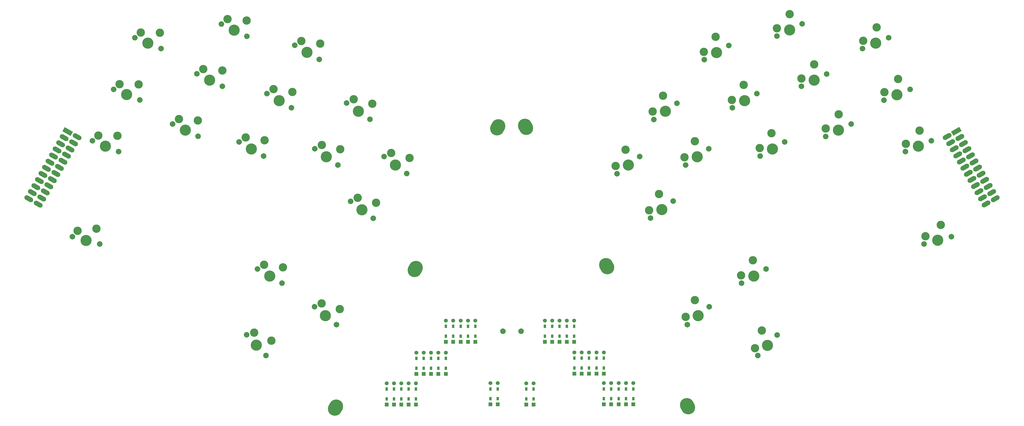
<source format=gbr>
%TF.GenerationSoftware,KiCad,Pcbnew,7.0.7*%
%TF.CreationDate,2024-06-13T17:52:44+09:00*%
%TF.ProjectId,hmproto34-bottom,686d7072-6f74-46f3-9334-2d626f74746f,rev?*%
%TF.SameCoordinates,Original*%
%TF.FileFunction,Soldermask,Top*%
%TF.FilePolarity,Negative*%
%FSLAX46Y46*%
G04 Gerber Fmt 4.6, Leading zero omitted, Abs format (unit mm)*
G04 Created by KiCad (PCBNEW 7.0.7) date 2024-06-13 17:52:44*
%MOMM*%
%LPD*%
G01*
G04 APERTURE LIST*
G04 Aperture macros list*
%AMHorizOval*
0 Thick line with rounded ends*
0 $1 width*
0 $2 $3 position (X,Y) of the first rounded end (center of the circle)*
0 $4 $5 position (X,Y) of the second rounded end (center of the circle)*
0 Add line between two ends*
20,1,$1,$2,$3,$4,$5,0*
0 Add two circle primitives to create the rounded ends*
1,1,$1,$2,$3*
1,1,$1,$4,$5*%
%AMRotRect*
0 Rectangle, with rotation*
0 The origin of the aperture is its center*
0 $1 length*
0 $2 width*
0 $3 Rotation angle, in degrees counterclockwise*
0 Add horizontal line*
21,1,$1,$2,0,0,$3*%
G04 Aperture macros list end*
%ADD10C,2.000000*%
%ADD11C,3.000000*%
%ADD12C,4.000000*%
%ADD13R,1.397000X1.397000*%
%ADD14R,0.950000X1.300000*%
%ADD15C,1.397000*%
%ADD16HorizOval,5.000000X0.250000X-0.433013X-0.250000X0.433013X0*%
%ADD17RotRect,3.400000X1.700000X330.000000*%
%ADD18HorizOval,1.700000X0.736122X-0.425000X-0.736122X0.425000X0*%
%ADD19HorizOval,5.000000X0.250000X0.433013X-0.250000X-0.433013X0*%
%ADD20RotRect,3.400000X1.700000X210.000000*%
%ADD21HorizOval,1.700000X-0.736122X-0.425000X0.736122X0.425000X0*%
G04 APERTURE END LIST*
D10*
%TO.C,SW35*%
X295583097Y-97224801D03*
D11*
X296152422Y-94442649D03*
D12*
X300490000Y-95910000D03*
D11*
X301628651Y-90345696D03*
D10*
X305396903Y-94595199D03*
%TD*%
D13*
%TO.C,D17*%
X142537500Y-154840000D03*
D14*
X142537500Y-152805000D03*
X142537500Y-149255000D03*
D15*
X142537500Y-147220000D03*
%TD*%
D16*
%TO.C,J7*%
X181650000Y-105150000D03*
%TD*%
D10*
%TO.C,SW13*%
X76840000Y-63010000D03*
D11*
X79337207Y-61657796D03*
D12*
X81001292Y-65923768D03*
D11*
X85995706Y-63219360D03*
D10*
X85162584Y-68837536D03*
%TD*%
D13*
%TO.C,D11*%
X131842500Y-132380000D03*
D14*
X131842500Y-130345000D03*
X131842500Y-126795000D03*
D15*
X131842500Y-124760000D03*
%TD*%
D10*
%TO.C,SW30*%
X251544126Y-40606925D03*
D11*
X251572132Y-37767257D03*
D12*
X256110000Y-38380000D03*
D11*
X256166011Y-32700664D03*
D10*
X260675874Y-36153075D03*
%TD*%
D13*
%TO.C,D25*%
X164725000Y-132340000D03*
D14*
X164725000Y-130305000D03*
X164725000Y-126755000D03*
D15*
X164725000Y-124720000D03*
%TD*%
D13*
%TO.C,D9*%
X118597500Y-143855000D03*
D14*
X118597500Y-141820000D03*
X118597500Y-138270000D03*
D15*
X118597500Y-136235000D03*
%TD*%
D10*
%TO.C,SW7*%
X34534126Y-36113075D03*
D11*
X36789057Y-34386869D03*
D12*
X39100000Y-38340000D03*
D11*
X43609862Y-34887589D03*
D10*
X43665874Y-40566925D03*
%TD*%
D13*
%TO.C,D33*%
X191200000Y-154840000D03*
D14*
X191200000Y-152805000D03*
X191200000Y-149255000D03*
D15*
X191200000Y-147220000D03*
%TD*%
D10*
%TO.C,SW17*%
X76710000Y-119760000D03*
D11*
X79295449Y-118585287D03*
D12*
X80657901Y-122956948D03*
D11*
X85828799Y-120607520D03*
D10*
X84605802Y-126153896D03*
%TD*%
D13*
%TO.C,D30*%
X188562500Y-154840000D03*
D14*
X188562500Y-152805000D03*
X188562500Y-149255000D03*
D15*
X188562500Y-147220000D03*
%TD*%
D10*
%TO.C,SW18*%
X52350000Y-129830000D03*
D11*
X55073777Y-129026544D03*
D12*
X55814552Y-133545277D03*
D11*
X61262105Y-131938364D03*
D10*
X59279104Y-137260554D03*
%TD*%
D13*
%TO.C,D4*%
X139900000Y-154840000D03*
D14*
X139900000Y-152805000D03*
X139900000Y-149255000D03*
D15*
X139900000Y-147220000D03*
%TD*%
D13*
%TO.C,D31*%
X170000000Y-132340000D03*
D14*
X170000000Y-130305000D03*
X170000000Y-126755000D03*
D15*
X170000000Y-124720000D03*
%TD*%
D10*
%TO.C,SW20*%
X197420000Y-87950000D03*
D11*
X196905657Y-85157161D03*
D12*
X201477068Y-84892780D03*
D11*
X200448382Y-79307101D03*
D10*
X205534136Y-81835560D03*
%TD*%
%TO.C,SW31*%
X260314126Y-58576925D03*
D11*
X260342132Y-55737257D03*
D12*
X264880000Y-56350000D03*
D11*
X264936011Y-50670664D03*
D10*
X269445874Y-54123075D03*
%TD*%
D17*
%TO.C,J1*%
X-11889198Y-56811551D03*
D18*
X-13159198Y-59011256D03*
X-14429198Y-61210960D03*
X-15699198Y-63410665D03*
X-16969198Y-65610369D03*
X-18239198Y-67810074D03*
X-19509198Y-70009778D03*
X-20779198Y-72209483D03*
X-22049198Y-74409187D03*
X-23319198Y-76608892D03*
X-24589198Y-78808596D03*
X-25859198Y-81008301D03*
X-22500000Y-82890000D03*
X-21230000Y-80690295D03*
X-19960000Y-78490591D03*
X-18690000Y-76290886D03*
X-17420000Y-74091182D03*
X-16150000Y-71891477D03*
X-14880000Y-69691772D03*
X-13610000Y-67492068D03*
X-12340000Y-65292363D03*
X-11070000Y-63092659D03*
X-9800000Y-60892954D03*
X-8530000Y-58693250D03*
%TD*%
D10*
%TO.C,SW9*%
X69660591Y-25880000D03*
D11*
X72030443Y-24315295D03*
D12*
X74060000Y-28420000D03*
D11*
X78799705Y-25290591D03*
D10*
X78459409Y-30960000D03*
%TD*%
%TO.C,SW25*%
X230092769Y-111284346D03*
D11*
X229922621Y-108449641D03*
D12*
X234492178Y-108744346D03*
D11*
X234151883Y-103074937D03*
D10*
X238891587Y-106204346D03*
%TD*%
D13*
%TO.C,D15*%
X123872500Y-143855000D03*
D14*
X123872500Y-141820000D03*
X123872500Y-138270000D03*
D15*
X123872500Y-136235000D03*
%TD*%
D10*
%TO.C,SW22*%
X235910000Y-137310000D03*
D11*
X234918500Y-134648905D03*
D12*
X239374552Y-133594723D03*
D11*
X237391551Y-128272533D03*
D10*
X242839104Y-129879446D03*
%TD*%
D13*
%TO.C,D3*%
X102615000Y-154860000D03*
D14*
X102615000Y-152825000D03*
X102615000Y-149275000D03*
D15*
X102615000Y-147240000D03*
%TD*%
D13*
%TO.C,D27*%
X185925000Y-154840000D03*
D14*
X185925000Y-152805000D03*
X185925000Y-149255000D03*
D15*
X185925000Y-147220000D03*
%TD*%
D13*
%TO.C,D7*%
X105252500Y-154860000D03*
D14*
X105252500Y-152825000D03*
X105252500Y-149275000D03*
D15*
X105252500Y-147240000D03*
%TD*%
D10*
%TO.C,SW14*%
X56290000Y-106220000D03*
D11*
X58659852Y-104655295D03*
D12*
X60689409Y-108760000D03*
D11*
X65429114Y-105630591D03*
D10*
X65088818Y-111300000D03*
%TD*%
%TO.C,SW16*%
X89670000Y-81860000D03*
D11*
X92212877Y-80595771D03*
D12*
X93727068Y-84917220D03*
D11*
X98812823Y-82388762D03*
D10*
X97784136Y-87974440D03*
%TD*%
D13*
%TO.C,D26*%
X175335000Y-143820000D03*
D14*
X175335000Y-141785000D03*
X175335000Y-138235000D03*
D15*
X175335000Y-136200000D03*
%TD*%
D19*
%TO.C,J3*%
X84260000Y-156010000D03*
%TD*%
D13*
%TO.C,D23*%
X172697500Y-143820000D03*
D14*
X172697500Y-141785000D03*
X172697500Y-138235000D03*
D15*
X172697500Y-136200000D03*
%TD*%
D10*
%TO.C,SW10*%
X59650591Y-43190000D03*
D11*
X62020443Y-41625295D03*
D12*
X64050000Y-45730000D03*
D11*
X68789705Y-42600591D03*
D10*
X68449409Y-48270000D03*
%TD*%
%TO.C,SW2*%
X12216525Y-23178361D03*
D11*
X14361868Y-21317715D03*
D12*
X16909833Y-25122393D03*
D11*
X21200519Y-21401101D03*
D10*
X21603141Y-27066425D03*
%TD*%
D13*
%TO.C,D34*%
X155417500Y-154860000D03*
D14*
X155417500Y-152825000D03*
X155417500Y-149275000D03*
D15*
X155417500Y-147240000D03*
%TD*%
D10*
%TO.C,SW24*%
X210020000Y-68850000D03*
D11*
X209603439Y-66040912D03*
D12*
X214181292Y-65936232D03*
D11*
X213348170Y-60318055D03*
D10*
X218342584Y-63022464D03*
%TD*%
D13*
%TO.C,D5*%
X126567500Y-132380000D03*
D14*
X126567500Y-130345000D03*
X126567500Y-126795000D03*
D15*
X126567500Y-124760000D03*
%TD*%
D13*
%TO.C,D29*%
X177972500Y-143820000D03*
D14*
X177972500Y-141785000D03*
X177972500Y-138235000D03*
D15*
X177972500Y-136200000D03*
%TD*%
D10*
%TO.C,SW21*%
X210590000Y-126150000D03*
D11*
X209978501Y-123376812D03*
D12*
X214537901Y-122953052D03*
D11*
X213314904Y-117406677D03*
D10*
X218485802Y-119756104D03*
%TD*%
D13*
%TO.C,D18*%
X159450000Y-132340000D03*
D14*
X159450000Y-130305000D03*
X159450000Y-126755000D03*
D15*
X159450000Y-124720000D03*
%TD*%
D10*
%TO.C,SW15*%
X101712932Y-65832780D03*
D11*
X104255809Y-64568551D03*
D12*
X105770000Y-68890000D03*
D11*
X110855755Y-66361542D03*
D10*
X109827068Y-71947220D03*
%TD*%
D13*
%TO.C,D16*%
X113165000Y-154860000D03*
D14*
X113165000Y-152825000D03*
X113165000Y-149275000D03*
D15*
X113165000Y-147240000D03*
%TD*%
D10*
%TO.C,SW28*%
X236771182Y-65620000D03*
D11*
X236601034Y-62785295D03*
D12*
X241170591Y-63080000D03*
D11*
X240830296Y-57410591D03*
D10*
X245570000Y-60540000D03*
%TD*%
D13*
%TO.C,D22*%
X162087500Y-132340000D03*
D14*
X162087500Y-130305000D03*
X162087500Y-126755000D03*
D15*
X162087500Y-124720000D03*
%TD*%
D10*
%TO.C,SW3*%
X4583384Y-41641936D03*
D11*
X6728727Y-39781290D03*
D12*
X9276692Y-43585968D03*
D11*
X13567378Y-39864676D03*
D10*
X13970000Y-45530000D03*
%TD*%
D13*
%TO.C,D14*%
X134480000Y-132380000D03*
D14*
X134480000Y-130345000D03*
X134480000Y-126795000D03*
D15*
X134480000Y-124760000D03*
%TD*%
D10*
%TO.C,SW1*%
X144395000Y-128570000D03*
X150895000Y-128570000D03*
%TD*%
%TO.C,SW8*%
X25774126Y-54113075D03*
D11*
X28029057Y-52386869D03*
D12*
X30340000Y-56340000D03*
D11*
X34849862Y-52887589D03*
D10*
X34905874Y-58566925D03*
%TD*%
D13*
%TO.C,D20*%
X180650000Y-154840000D03*
D14*
X180650000Y-152805000D03*
X180650000Y-149255000D03*
D15*
X180650000Y-147220000D03*
%TD*%
D13*
%TO.C,D10*%
X107890000Y-154860000D03*
D14*
X107890000Y-152825000D03*
X107890000Y-149275000D03*
D15*
X107890000Y-147240000D03*
%TD*%
D19*
%TO.C,J5*%
X142510000Y-55300000D03*
%TD*%
D10*
%TO.C,SW12*%
X88298708Y-46616232D03*
D11*
X90795915Y-45264028D03*
D12*
X92460000Y-49530000D03*
D11*
X97454414Y-46825592D03*
D10*
X96621292Y-52443768D03*
%TD*%
D13*
%TO.C,D21*%
X152780000Y-154860000D03*
D14*
X152780000Y-152825000D03*
X152780000Y-149275000D03*
D15*
X152780000Y-147240000D03*
%TD*%
D10*
%TO.C,SW5*%
X-10233175Y-94619021D03*
D11*
X-8349049Y-92494270D03*
D12*
X-5326272Y-95933822D03*
D11*
X-1558020Y-91684319D03*
D10*
X-419369Y-97248623D03*
%TD*%
D13*
%TO.C,D28*%
X167362500Y-132340000D03*
D14*
X167362500Y-130305000D03*
X167362500Y-126755000D03*
D15*
X167362500Y-124720000D03*
%TD*%
D16*
%TO.C,J8*%
X152560000Y-55140000D03*
%TD*%
D13*
%TO.C,D1*%
X123930000Y-132380000D03*
D14*
X123930000Y-130345000D03*
X123930000Y-126795000D03*
D15*
X123930000Y-124760000D03*
%TD*%
D10*
%TO.C,SW6*%
X43275069Y-18206206D03*
D11*
X45530000Y-16480000D03*
D12*
X47840943Y-20433131D03*
D11*
X52350805Y-16980720D03*
D10*
X52406817Y-22660056D03*
%TD*%
D13*
%TO.C,D24*%
X183287500Y-154840000D03*
D14*
X183287500Y-152805000D03*
X183287500Y-149255000D03*
D15*
X183287500Y-147220000D03*
%TD*%
D10*
%TO.C,SW34*%
X288880000Y-64070000D03*
D11*
X289081311Y-61237338D03*
D12*
X293573308Y-62125968D03*
D11*
X293975930Y-56460644D03*
D10*
X298266616Y-60181936D03*
%TD*%
D13*
%TO.C,D2*%
X113322500Y-143855000D03*
D14*
X113322500Y-141820000D03*
X113322500Y-138270000D03*
D15*
X113322500Y-136235000D03*
%TD*%
D10*
%TO.C,SW33*%
X281203384Y-45548064D03*
D11*
X281404695Y-42715402D03*
D12*
X285896692Y-43604032D03*
D11*
X286299314Y-37938708D03*
D10*
X290590000Y-41660000D03*
%TD*%
D13*
%TO.C,D12*%
X121235000Y-143855000D03*
D14*
X121235000Y-141820000D03*
X121235000Y-138270000D03*
D15*
X121235000Y-136235000D03*
%TD*%
D10*
%TO.C,SW32*%
X273533384Y-27058064D03*
D11*
X273734695Y-24225402D03*
D12*
X278226692Y-25114032D03*
D11*
X278629314Y-19448708D03*
D10*
X282920000Y-23170000D03*
%TD*%
%TO.C,SW26*%
X216731182Y-31020000D03*
D11*
X216561034Y-28185295D03*
D12*
X221130591Y-28480000D03*
D11*
X220790296Y-22810591D03*
D10*
X225530000Y-25940000D03*
%TD*%
%TO.C,SW27*%
X226750591Y-48320000D03*
D11*
X226580443Y-45485295D03*
D12*
X231150000Y-45780000D03*
D11*
X230809705Y-40110591D03*
D10*
X235549409Y-43240000D03*
%TD*%
%TO.C,SW4*%
X-3036616Y-60151936D03*
D11*
X-891273Y-58291290D03*
D12*
X1656692Y-62095968D03*
D11*
X5947378Y-58374676D03*
D10*
X6350000Y-64040000D03*
%TD*%
%TO.C,SW19*%
X185380000Y-71960000D03*
D11*
X184865657Y-69167161D03*
D12*
X189437068Y-68902780D03*
D11*
X188408382Y-63317101D03*
D10*
X193494136Y-65845560D03*
%TD*%
D19*
%TO.C,J4*%
X112860000Y-106210000D03*
%TD*%
D10*
%TO.C,SW29*%
X242740000Y-22590000D03*
D11*
X242768006Y-19750332D03*
D12*
X247305874Y-20363075D03*
D11*
X247361885Y-14683739D03*
D10*
X251871748Y-18136150D03*
%TD*%
D16*
%TO.C,J6*%
X210650000Y-155470000D03*
%TD*%
D13*
%TO.C,D6*%
X115960000Y-143855000D03*
D14*
X115960000Y-141820000D03*
X115960000Y-138270000D03*
D15*
X115960000Y-136235000D03*
%TD*%
D13*
%TO.C,D8*%
X129205000Y-132380000D03*
D14*
X129205000Y-130345000D03*
X129205000Y-126795000D03*
D15*
X129205000Y-124760000D03*
%TD*%
D13*
%TO.C,D13*%
X110527500Y-154860000D03*
D14*
X110527500Y-152825000D03*
X110527500Y-149275000D03*
D15*
X110527500Y-147240000D03*
%TD*%
D13*
%TO.C,D19*%
X170060000Y-143820000D03*
D14*
X170060000Y-141785000D03*
X170060000Y-138235000D03*
D15*
X170060000Y-136200000D03*
%TD*%
D10*
%TO.C,SW11*%
X49622769Y-60544346D03*
D11*
X51992621Y-58979641D03*
D12*
X54022178Y-63084346D03*
D11*
X58761883Y-59954937D03*
D10*
X58421587Y-65624346D03*
%TD*%
D13*
%TO.C,D32*%
X180610000Y-143820000D03*
D14*
X180610000Y-141785000D03*
X180610000Y-138235000D03*
D15*
X180610000Y-136200000D03*
%TD*%
D10*
%TO.C,SW23*%
X198588708Y-52483768D03*
D11*
X198172147Y-49674680D03*
D12*
X202750000Y-49570000D03*
D11*
X201916878Y-43951823D03*
D10*
X206911292Y-46656232D03*
%TD*%
D20*
%TO.C,J2*%
X307229198Y-56738892D03*
D21*
X308499198Y-58938597D03*
X309769198Y-61138301D03*
X311039198Y-63338006D03*
X312309198Y-65537710D03*
X313579198Y-67737415D03*
X314849198Y-69937119D03*
X316119198Y-72136824D03*
X317389198Y-74336528D03*
X318659198Y-76536233D03*
X319929198Y-78735937D03*
X321199198Y-80935642D03*
X317840000Y-82817341D03*
X316570000Y-80617636D03*
X315300000Y-78417931D03*
X314030000Y-76218227D03*
X312760000Y-74018522D03*
X311490000Y-71818818D03*
X310220000Y-69619113D03*
X308950000Y-67419409D03*
X307680000Y-65219704D03*
X306410000Y-63020000D03*
X305140000Y-60820295D03*
X303870000Y-58620591D03*
%TD*%
M02*

</source>
